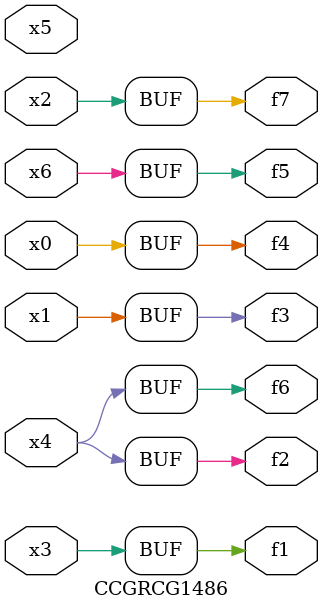
<source format=v>
module CCGRCG1486(
	input x0, x1, x2, x3, x4, x5, x6,
	output f1, f2, f3, f4, f5, f6, f7
);
	assign f1 = x3;
	assign f2 = x4;
	assign f3 = x1;
	assign f4 = x0;
	assign f5 = x6;
	assign f6 = x4;
	assign f7 = x2;
endmodule

</source>
